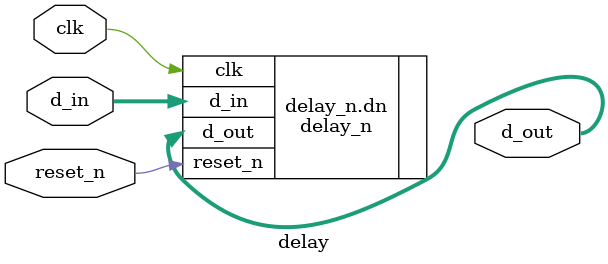
<source format=v>

module delay #(parameter DELAY=2,
	                 BITS=56,
	                 DEFAULT=1'b0) (	                    
	input clk,
	input reset_n,
	input[BITS-1:0] d_in, // input data
	output[BITS-1:0] d_out // output data
	);

generate
  // delay = 1 case
  if (DELAY == 1) begin : delay_one
    delay_one #(.BITS(BITS), .DEFAULT(DEFAULT))
      d1(.clk(clk), .reset_n(reset_n),
    	 .d_in(d_in), .d_out(d_out));
  end 

  // delay > 1 case
  else begin : delay_n
    delay_n #(.BITS(BITS),
    	      .DELAY(DELAY),
    	      .DEFAULT(DEFAULT))
      dn(.clk(clk), .reset_n(reset_n),
         .d_in(d_in), .d_out(d_out));
  end
endgenerate

endmodule	                       
</source>
